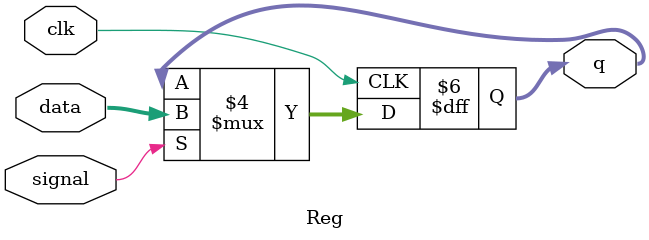
<source format=v>
module MIPSregister_32b(sadd1, sadd2, dadd, data, wen, wen_4, wen_3, wen_2, wen_1, clk, sdata1, sdata2);
	input [4:0] sadd1;
	input [4:0] sadd2;
	input [4:0] dadd;
	input [31:0] data;
	input wen;
	input wen_4;
	input wen_3;
	input wen_2;
	input wen_1;
	input clk;
	output [31:0] sdata1;
	output [31:0] sdata2;
	
	reg [31:0] mem[31:0];
	
	always @(posedge clk)
	begin
		if(wen == 1 && dadd != 0)
		begin
			if(wen_4 == 1)
				mem[dadd][31:24] <= data[31:24];
			if(wen_3 == 1)
				mem[dadd][23:16] <= data[23:16];
			if(wen_2 == 1)
				mem[dadd][15:8] <= data[15:8];
			if(wen_1 == 1)
				mem[dadd][7:0] <= data[7:0];
		end
	end	
	assign sdata1 = mem[sadd1];
	assign sdata2 = mem[sadd2];		
endmodule	

module Reg(clk, signal, data, q);
	input clk, signal;
	input [31:0] data;
	output reg [31:0] q;
	
	always@(posedge clk)
	begin
		if(signal == 1)
			q <= data;
		else
			q <= q;
	end
	
endmodule

</source>
